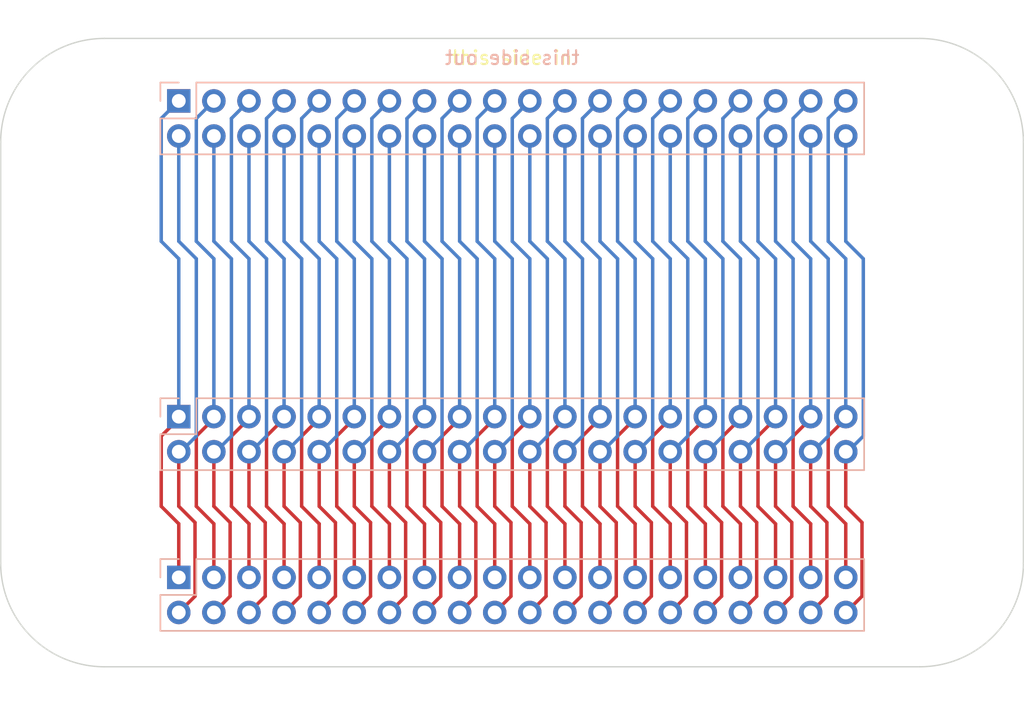
<source format=kicad_pcb>
(kicad_pcb (version 20221018) (generator pcbnew)
  (layers (0 "F.Cu" signal) (31 "B.Cu" signal) (34 "B.Paste" user) (35 "F.Paste" user) (36 "B.SilkS" user "B.Silkscreen") (37 "F.SilkS" user "F.Silkscreen") (38 "B.Mask" user) (39 "F.Mask" user) (44 "Edge.Cuts" user))
  (net 0 "")
  (net 1 "/P01")
  (net 2 "/P02")
  (net 3 "/P03")
  (net 4 "/P04")
  (net 5 "/P05")
  (net 6 "/P06")
  (net 7 "/P07")
  (net 8 "/P08")
  (net 9 "/P09")
  (net 10 "/P10")
  (net 11 "/P11")
  (net 12 "/P12")
  (net 13 "/P13")
  (net 14 "/P14")
  (net 15 "/P15")
  (net 16 "/P16")
  (net 17 "/P17")
  (net 18 "/P18")
  (net 19 "/P19")
  (net 20 "/P20")
  (net 21 "/P21")
  (net 22 "/P22")
  (net 23 "/P23")
  (net 24 "/P24")
  (net 25 "/P25")
  (net 26 "/P26")
  (net 27 "/P27")
  (net 28 "/P28")
  (net 29 "/P29")
  (net 30 "/P30")
  (net 31 "/P31")
  (net 32 "/P32")
  (net 33 "/P33")
  (net 34 "/P34")
  (net 35 "/P35")
  (net 36 "/P36")
  (net 37 "/P37")
  (net 38 "/P38")
  (net 39 "/P39")
  (net 40 "/P40")
  (footprint "MountingHole:MountingHole_2.7mm_M2.5" (layer "F.Cu") (at 154.725 50.875)
    (fp_text reference "M4" hide)
    (fp_text value "MountingHole")
    (pad "" np_thru_hole circle (at 0 0) (size 2.7 2.7) (drill 2.7) (layers "F&B.Cu" "*.Mask"))
  )
  (footprint "MountingHole:MountingHole_2.7mm_M2.5" (layer "F.Cu") (at 154.725 73.875)
    (fp_text reference "M8" hide)
    (fp_text value "MountingHole")
    (pad "" np_thru_hole circle (at 0 0) (size 2.7 2.7) (drill 2.7) (layers "F&B.Cu" "*.Mask"))
  )
  (footprint "MountingHole:MountingHole_2.7mm_M2.5" (layer "F.Cu") (at 96.725 39.375)
    (fp_text reference "M1" hide)
    (fp_text value "MountingHole")
    (pad "" np_thru_hole circle (at 0 0) (size 2.7 2.7) (drill 2.7) (layers "F&B.Cu" "*.Mask"))
  )
  (footprint "MountingHole:MountingHole_2.7mm_M2.5" (layer "F.Cu") (at 96.725 50.875)
    (fp_text reference "M3" hide)
    (fp_text value "MountingHole")
    (pad "" np_thru_hole circle (at 0 0) (size 2.7 2.7) (drill 2.7) (layers "*.Cu" "*.Mask"))
  )
  (footprint "MountingHole:MountingHole_2.7mm_M2.5" (layer "F.Cu") (at 154.725 62.375)
    (fp_text reference "M6" hide)
    (fp_text value "MountingHole")
    (pad "" np_thru_hole circle (at 0 0) (size 2.7 2.7) (drill 2.7) (layers "F&B.Cu" "*.Mask"))
  )
  (footprint "MountingHole:MountingHole_2.7mm_M2.5" (layer "F.Cu") (at 96.725 73.875)
    (fp_text reference "M7" hide)
    (fp_text value "MountingHole")
    (pad "" np_thru_hole circle (at 0 0) (size 2.7 2.7) (drill 2.7) (layers "F&B.Cu" "*.Mask"))
  )
  (footprint "MountingHole:MountingHole_2.7mm_M2.5" (layer "F.Cu") (at 154.725 39.375)
    (fp_text reference "M2" hide)
    (fp_text value "MountingHole")
    (pad "" np_thru_hole circle (at 0 0) (size 2.7 2.7) (drill 2.7) (layers "F&B.Cu" "*.Mask"))
  )
  (footprint "MountingHole:MountingHole_2.7mm_M2.5" (layer "F.Cu") (at 96.725 62.375)
    (fp_text reference "M5" hide)
    (fp_text value "MountingHole")
    (pad "" np_thru_hole circle (at 0 0) (size 2.7 2.7) (drill 2.7) (layers "F&B.Cu" "*.Mask"))
  )
  (footprint "Connector_PinHeader_2.54mm:PinHeader_2x20_P2.54mm_Vertical" (layer "B.Cu") (at 101.6 72.6 -90)
    (fp_text reference "J2" hide)
    (fp_text value "Conn_02x20_Odd_Even")
    (fp_line (start -1.33 -49.59) (end 3.87 -49.59) (stroke (width 0.12)) (layer "B.SilkS"))
    (fp_line (start -1.33 -1.27) (end -1.33 -49.59) (stroke (width 0.12)) (layer "B.SilkS"))
    (fp_line (start -1.33 -1.27) (end 1.27 -1.27) (stroke (width 0.12)) (layer "B.SilkS"))
    (fp_line (start -1.33 0) (end -1.33 1.33) (stroke (width 0.12)) (layer "B.SilkS"))
    (fp_line (start -1.33 1.33) (end 0 1.33) (stroke (width 0.12)) (layer "B.SilkS"))
    (fp_line (start 1.27 -1.27) (end 1.27 1.33) (stroke (width 0.12)) (layer "B.SilkS"))
    (fp_line (start 1.27 1.33) (end 3.87 1.33) (stroke (width 0.12)) (layer "B.SilkS"))
    (fp_line (start 3.87 1.33) (end 3.87 -49.59) (stroke (width 0.12)) (layer "B.SilkS"))
    (pad "1" thru_hole rect (at 0 0 270) (size 1.7 1.7) (drill 1) (layers "*.Cu" "*.Mask") (net 1 "/P01"))
    (pad "2" thru_hole oval (at 2.54 0 270) (size 1.7 1.7) (drill 1) (layers "*.Cu" "*.Mask") (net 2 "/P02"))
    (pad "3" thru_hole oval (at 0 -2.54 270) (size 1.7 1.7) (drill 1) (layers "*.Cu" "*.Mask") (net 3 "/P03"))
    (pad "4" thru_hole oval (at 2.54 -2.54 270) (size 1.7 1.7) (drill 1) (layers "*.Cu" "*.Mask") (net 4 "/P04"))
    (pad "5" thru_hole oval (at 0 -5.08 270) (size 1.7 1.7) (drill 1) (layers "*.Cu" "*.Mask") (net 5 "/P05"))
    (pad "6" thru_hole oval (at 2.54 -5.08 270) (size 1.7 1.7) (drill 1) (layers "*.Cu" "*.Mask") (net 6 "/P06"))
    (pad "7" thru_hole oval (at 0 -7.62 270) (size 1.7 1.7) (drill 1) (layers "*.Cu" "*.Mask") (net 7 "/P07"))
    (pad "8" thru_hole oval (at 2.54 -7.62 270) (size 1.7 1.7) (drill 1) (layers "*.Cu" "*.Mask") (net 8 "/P08"))
    (pad "9" thru_hole oval (at 0 -10.16 270) (size 1.7 1.7) (drill 1) (layers "*.Cu" "*.Mask") (net 9 "/P09"))
    (pad "10" thru_hole oval (at 2.54 -10.16 270) (size 1.7 1.7) (drill 1) (layers "*.Cu" "*.Mask") (net 10 "/P10"))
    (pad "11" thru_hole oval (at 0 -12.7 270) (size 1.7 1.7) (drill 1) (layers "*.Cu" "*.Mask") (net 11 "/P11"))
    (pad "12" thru_hole oval (at 2.54 -12.7 270) (size 1.7 1.7) (drill 1) (layers "*.Cu" "*.Mask") (net 12 "/P12"))
    (pad "13" thru_hole oval (at 0 -15.24 270) (size 1.7 1.7) (drill 1) (layers "*.Cu" "*.Mask") (net 13 "/P13"))
    (pad "14" thru_hole oval (at 2.54 -15.24 270) (size 1.7 1.7) (drill 1) (layers "*.Cu" "*.Mask") (net 14 "/P14"))
    (pad "15" thru_hole oval (at 0 -17.78 270) (size 1.7 1.7) (drill 1) (layers "*.Cu" "*.Mask") (net 15 "/P15"))
    (pad "16" thru_hole oval (at 2.54 -17.78 270) (size 1.7 1.7) (drill 1) (layers "*.Cu" "*.Mask") (net 16 "/P16"))
    (pad "17" thru_hole oval (at 0 -20.32 270) (size 1.7 1.7) (drill 1) (layers "*.Cu" "*.Mask") (net 17 "/P17"))
    (pad "18" thru_hole oval (at 2.54 -20.32 270) (size 1.7 1.7) (drill 1) (layers "*.Cu" "*.Mask") (net 18 "/P18"))
    (pad "19" thru_hole oval (at 0 -22.86 270) (size 1.7 1.7) (drill 1) (layers "*.Cu" "*.Mask") (net 19 "/P19"))
    (pad "20" thru_hole oval (at 2.54 -22.86 270) (size 1.7 1.7) (drill 1) (layers "*.Cu" "*.Mask") (net 20 "/P20"))
    (pad "21" thru_hole oval (at 0 -25.4 270) (size 1.7 1.7) (drill 1) (layers "*.Cu" "*.Mask") (net 21 "/P21"))
    (pad "22" thru_hole oval (at 2.54 -25.4 270) (size 1.7 1.7) (drill 1) (layers "*.Cu" "*.Mask") (net 22 "/P22"))
    (pad "23" thru_hole oval (at 0 -27.94 270) (size 1.7 1.7) (drill 1) (layers "*.Cu" "*.Mask") (net 23 "/P23"))
    (pad "24" thru_hole oval (at 2.54 -27.94 270) (size 1.7 1.7) (drill 1) (layers "*.Cu" "*.Mask") (net 24 "/P24"))
    (pad "25" thru_hole oval (at 0 -30.48 270) (size 1.7 1.7) (drill 1) (layers "*.Cu" "*.Mask") (net 25 "/P25"))
    (pad "26" thru_hole oval (at 2.54 -30.48 270) (size 1.7 1.7) (drill 1) (layers "*.Cu" "*.Mask") (net 26 "/P26"))
    (pad "27" thru_hole oval (at 0 -33.02 270) (size 1.7 1.7) (drill 1) (layers "*.Cu" "*.Mask") (net 27 "/P27"))
    (pad "28" thru_hole oval (at 2.54 -33.02 270) (size 1.7 1.7) (drill 1) (layers "*.Cu" "*.Mask") (net 28 "/P28"))
    (pad "29" thru_hole oval (at 0 -35.56 270) (size 1.7 1.7) (drill 1) (layers "*.Cu" "*.Mask") (net 29 "/P29"))
    (pad "30" thru_hole oval (at 2.54 -35.56 270) (size 1.7 1.7) (drill 1) (layers "*.Cu" "*.Mask") (net 30 "/P30"))
    (pad "31" thru_hole oval (at 0 -38.1 270) (size 1.7 1.7) (drill 1) (layers "*.Cu" "*.Mask") (net 31 "/P31"))
    (pad "32" thru_hole oval (at 2.54 -38.1 270) (size 1.7 1.7) (drill 1) (layers "*.Cu" "*.Mask") (net 32 "/P32"))
    (pad "33" thru_hole oval (at 0 -40.64 270) (size 1.7 1.7) (drill 1) (layers "*.Cu" "*.Mask") (net 33 "/P33"))
    (pad "34" thru_hole oval (at 2.54 -40.64 270) (size 1.7 1.7) (drill 1) (layers "*.Cu" "*.Mask") (net 34 "/P34"))
    (pad "35" thru_hole oval (at 0 -43.18 270) (size 1.7 1.7) (drill 1) (layers "*.Cu" "*.Mask") (net 35 "/P35"))
    (pad "36" thru_hole oval (at 2.54 -43.18 270) (size 1.7 1.7) (drill 1) (layers "*.Cu" "*.Mask") (net 36 "/P36"))
    (pad "37" thru_hole oval (at 0 -45.72 270) (size 1.7 1.7) (drill 1) (layers "*.Cu" "*.Mask") (net 37 "/P37"))
    (pad "38" thru_hole oval (at 2.54 -45.72 270) (size 1.7 1.7) (drill 1) (layers "*.Cu" "*.Mask") (net 38 "/P38"))
    (pad "39" thru_hole oval (at 0 -48.26 270) (size 1.7 1.7) (drill 1) (layers "*.Cu" "*.Mask") (net 39 "/P39"))
    (pad "40" thru_hole oval (at 2.54 -48.26 270) (size 1.7 1.7) (drill 1) (layers "*.Cu" "*.Mask") (net 40 "/P40"))
  )
  (footprint "Connector_PinHeader_2.54mm:PinHeader_2x20_P2.54mm_Vertical" (layer "B.Cu") (at 101.6 38.1 -90)
    (fp_text reference "J3" hide)
    (fp_text value "Conn_02x20_Odd_Even")
    (fp_line (start -1.33 -49.59) (end 3.87 -49.59) (stroke (width 0.12)) (layer "B.SilkS"))
    (fp_line (start -1.33 -1.27) (end -1.33 -49.59) (stroke (width 0.12)) (layer "B.SilkS"))
    (fp_line (start -1.33 -1.27) (end 1.27 -1.27) (stroke (width 0.12)) (layer "B.SilkS"))
    (fp_line (start -1.33 0) (end -1.33 1.33) (stroke (width 0.12)) (layer "B.SilkS"))
    (fp_line (start -1.33 1.33) (end 0 1.33) (stroke (width 0.12)) (layer "B.SilkS"))
    (fp_line (start 1.27 -1.27) (end 1.27 1.33) (stroke (width 0.12)) (layer "B.SilkS"))
    (fp_line (start 1.27 1.33) (end 3.87 1.33) (stroke (width 0.12)) (layer "B.SilkS"))
    (fp_line (start 3.87 1.33) (end 3.87 -49.59) (stroke (width 0.12)) (layer "B.SilkS"))
    (pad "1" thru_hole rect (at 0 0 270) (size 1.7 1.7) (drill 1) (layers "*.Cu" "*.Mask") (net 1 "/P01"))
    (pad "2" thru_hole oval (at 2.54 0 270) (size 1.7 1.7) (drill 1) (layers "*.Cu" "*.Mask") (net 2 "/P02"))
    (pad "3" thru_hole oval (at 0 -2.54 270) (size 1.7 1.7) (drill 1) (layers "*.Cu" "*.Mask") (net 3 "/P03"))
    (pad "4" thru_hole oval (at 2.54 -2.54 270) (size 1.7 1.7) (drill 1) (layers "*.Cu" "*.Mask") (net 4 "/P04"))
    (pad "5" thru_hole oval (at 0 -5.08 270) (size 1.7 1.7) (drill 1) (layers "*.Cu" "*.Mask") (net 5 "/P05"))
    (pad "6" thru_hole oval (at 2.54 -5.08 270) (size 1.7 1.7) (drill 1) (layers "*.Cu" "*.Mask") (net 6 "/P06"))
    (pad "7" thru_hole oval (at 0 -7.62 270) (size 1.7 1.7) (drill 1) (layers "*.Cu" "*.Mask") (net 7 "/P07"))
    (pad "8" thru_hole oval (at 2.54 -7.62 270) (size 1.7 1.7) (drill 1) (layers "*.Cu" "*.Mask") (net 8 "/P08"))
    (pad "9" thru_hole oval (at 0 -10.16 270) (size 1.7 1.7) (drill 1) (layers "*.Cu" "*.Mask") (net 9 "/P09"))
    (pad "10" thru_hole oval (at 2.54 -10.16 270) (size 1.7 1.7) (drill 1) (layers "*.Cu" "*.Mask") (net 10 "/P10"))
    (pad "11" thru_hole oval (at 0 -12.7 270) (size 1.7 1.7) (drill 1) (layers "*.Cu" "*.Mask") (net 11 "/P11"))
    (pad "12" thru_hole oval (at 2.54 -12.7 270) (size 1.7 1.7) (drill 1) (layers "*.Cu" "*.Mask") (net 12 "/P12"))
    (pad "13" thru_hole oval (at 0 -15.24 270) (size 1.7 1.7) (drill 1) (layers "*.Cu" "*.Mask") (net 13 "/P13"))
    (pad "14" thru_hole oval (at 2.54 -15.24 270) (size 1.7 1.7) (drill 1) (layers "*.Cu" "*.Mask") (net 14 "/P14"))
    (pad "15" thru_hole oval (at 0 -17.78 270) (size 1.7 1.7) (drill 1) (layers "*.Cu" "*.Mask") (net 15 "/P15"))
    (pad "16" thru_hole oval (at 2.54 -17.78 270) (size 1.7 1.7) (drill 1) (layers "*.Cu" "*.Mask") (net 16 "/P16"))
    (pad "17" thru_hole oval (at 0 -20.32 270) (size 1.7 1.7) (drill 1) (layers "*.Cu" "*.Mask") (net 17 "/P17"))
    (pad "18" thru_hole oval (at 2.54 -20.32 270) (size 1.7 1.7) (drill 1) (layers "*.Cu" "*.Mask") (net 18 "/P18"))
    (pad "19" thru_hole oval (at 0 -22.86 270) (size 1.7 1.7) (drill 1) (layers "*.Cu" "*.Mask") (net 19 "/P19"))
    (pad "20" thru_hole oval (at 2.54 -22.86 270) (size 1.7 1.7) (drill 1) (layers "*.Cu" "*.Mask") (net 20 "/P20"))
    (pad "21" thru_hole oval (at 0 -25.4 270) (size 1.7 1.7) (drill 1) (layers "*.Cu" "*.Mask") (net 21 "/P21"))
    (pad "22" thru_hole oval (at 2.54 -25.4 270) (size 1.7 1.7) (drill 1) (layers "*.Cu" "*.Mask") (net 22 "/P22"))
    (pad "23" thru_hole oval (at 0 -27.94 270) (size 1.7 1.7) (drill 1) (layers "*.Cu" "*.Mask") (net 23 "/P23"))
    (pad "24" thru_hole oval (at 2.54 -27.94 270) (size 1.7 1.7) (drill 1) (layers "*.Cu" "*.Mask") (net 24 "/P24"))
    (pad "25" thru_hole oval (at 0 -30.48 270) (size 1.7 1.7) (drill 1) (layers "*.Cu" "*.Mask") (net 25 "/P25"))
    (pad "26" thru_hole oval (at 2.54 -30.48 270) (size 1.7 1.7) (drill 1) (layers "*.Cu" "*.Mask") (net 26 "/P26"))
    (pad "27" thru_hole oval (at 0 -33.02 270) (size 1.7 1.7) (drill 1) (layers "*.Cu" "*.Mask") (net 27 "/P27"))
    (pad "28" thru_hole oval (at 2.54 -33.02 270) (size 1.7 1.7) (drill 1) (layers "*.Cu" "*.Mask") (net 28 "/P28"))
    (pad "29" thru_hole oval (at 0 -35.56 270) (size 1.7 1.7) (drill 1) (layers "*.Cu" "*.Mask") (net 29 "/P29"))
    (pad "30" thru_hole oval (at 2.54 -35.56 270) (size 1.7 1.7) (drill 1) (layers "*.Cu" "*.Mask") (net 30 "/P30"))
    (pad "31" thru_hole oval (at 0 -38.1 270) (size 1.7 1.7) (drill 1) (layers "*.Cu" "*.Mask") (net 31 "/P31"))
    (pad "32" thru_hole oval (at 2.54 -38.1 270) (size 1.7 1.7) (drill 1) (layers "*.Cu" "*.Mask") (net 32 "/P32"))
    (pad "33" thru_hole oval (at 0 -40.64 270) (size 1.7 1.7) (drill 1) (layers "*.Cu" "*.Mask") (net 33 "/P33"))
    (pad "34" thru_hole oval (at 2.54 -40.64 270) (size 1.7 1.7) (drill 1) (layers "*.Cu" "*.Mask") (net 34 "/P34"))
    (pad "35" thru_hole oval (at 0 -43.18 270) (size 1.7 1.7) (drill 1) (layers "*.Cu" "*.Mask") (net 35 "/P35"))
    (pad "36" thru_hole oval (at 2.54 -43.18 270) (size 1.7 1.7) (drill 1) (layers "*.Cu" "*.Mask") (net 36 "/P36"))
    (pad "37" thru_hole oval (at 0 -45.72 270) (size 1.7 1.7) (drill 1) (layers "*.Cu" "*.Mask") (net 37 "/P37"))
    (pad "38" thru_hole oval (at 2.54 -45.72 270) (size 1.7 1.7) (drill 1) (layers "*.Cu" "*.Mask") (net 38 "/P38"))
    (pad "39" thru_hole oval (at 0 -48.26 270) (size 1.7 1.7) (drill 1) (layers "*.Cu" "*.Mask") (net 39 "/P39"))
    (pad "40" thru_hole oval (at 2.54 -48.26 270) (size 1.7 1.7) (drill 1) (layers "*.Cu" "*.Mask") (net 40 "/P40"))
  )
  (footprint "Connector_PinHeader_2.54mm:PinHeader_2x20_P2.54mm_Vertical" (layer "B.Cu") (at 101.6 60.96 -90)
    (fp_text reference "J1" hide)
    (fp_text value "Conn_02x20_Odd_Even")
    (fp_line (start -1.33 -49.59) (end 3.87 -49.59) (stroke (width 0.12)) (layer "B.SilkS"))
    (fp_line (start -1.33 -1.27) (end -1.33 -49.59) (stroke (width 0.12)) (layer "B.SilkS"))
    (fp_line (start -1.33 -1.27) (end 1.27 -1.27) (stroke (width 0.12)) (layer "B.SilkS"))
    (fp_line (start -1.33 0) (end -1.33 1.33) (stroke (width 0.12)) (layer "B.SilkS"))
    (fp_line (start -1.33 1.33) (end 0 1.33) (stroke (width 0.12)) (layer "B.SilkS"))
    (fp_line (start 1.27 -1.27) (end 1.27 1.33) (stroke (width 0.12)) (layer "B.SilkS"))
    (fp_line (start 1.27 1.33) (end 3.87 1.33) (stroke (width 0.12)) (layer "B.SilkS"))
    (fp_line (start 3.87 1.33) (end 3.87 -49.59) (stroke (width 0.12)) (layer "B.SilkS"))
    (pad "1" thru_hole rect (at 0 0 270) (size 1.7 1.7) (drill 1) (layers "*.Cu" "*.Mask") (net 1 "/P01"))
    (pad "2" thru_hole oval (at 2.54 0 270) (size 1.7 1.7) (drill 1) (layers "*.Cu" "*.Mask") (net 2 "/P02"))
    (pad "3" thru_hole oval (at 0 -2.54 270) (size 1.7 1.7) (drill 1) (layers "*.Cu" "*.Mask") (net 3 "/P03"))
    (pad "4" thru_hole oval (at 2.54 -2.54 270) (size 1.7 1.7) (drill 1) (layers "*.Cu" "*.Mask") (net 4 "/P04"))
    (pad "5" thru_hole oval (at 0 -5.08 270) (size 1.7 1.7) (drill 1) (layers "*.Cu" "*.Mask") (net 5 "/P05"))
    (pad "6" thru_hole oval (at 2.54 -5.08 270) (size 1.7 1.7) (drill 1) (layers "*.Cu" "*.Mask") (net 6 "/P06"))
    (pad "7" thru_hole oval (at 0 -7.62 270) (size 1.7 1.7) (drill 1) (layers "*.Cu" "*.Mask") (net 7 "/P07"))
    (pad "8" thru_hole oval (at 2.54 -7.62 270) (size 1.7 1.7) (drill 1) (layers "*.Cu" "*.Mask") (net 8 "/P08"))
    (pad "9" thru_hole oval (at 0 -10.16 270) (size 1.7 1.7) (drill 1) (layers "*.Cu" "*.Mask") (net 9 "/P09"))
    (pad "10" thru_hole oval (at 2.54 -10.16 270) (size 1.7 1.7) (drill 1) (layers "*.Cu" "*.Mask") (net 10 "/P10"))
    (pad "11" thru_hole oval (at 0 -12.7 270) (size 1.7 1.7) (drill 1) (layers "*.Cu" "*.Mask") (net 11 "/P11"))
    (pad "12" thru_hole oval (at 2.54 -12.7 270) (size 1.7 1.7) (drill 1) (layers "*.Cu" "*.Mask") (net 12 "/P12"))
    (pad "13" thru_hole oval (at 0 -15.24 270) (size 1.7 1.7) (drill 1) (layers "*.Cu" "*.Mask") (net 13 "/P13"))
    (pad "14" thru_hole oval (at 2.54 -15.24 270) (size 1.7 1.7) (drill 1) (layers "*.Cu" "*.Mask") (net 14 "/P14"))
    (pad "15" thru_hole oval (at 0 -17.78 270) (size 1.7 1.7) (drill 1) (layers "*.Cu" "*.Mask") (net 15 "/P15"))
    (pad "16" thru_hole oval (at 2.54 -17.78 270) (size 1.7 1.7) (drill 1) (layers "*.Cu" "*.Mask") (net 16 "/P16"))
    (pad "17" thru_hole oval (at 0 -20.32 270) (size 1.7 1.7) (drill 1) (layers "*.Cu" "*.Mask") (net 17 "/P17"))
    (pad "18" thru_hole oval (at 2.54 -20.32 270) (size 1.7 1.7) (drill 1) (layers "*.Cu" "*.Mask") (net 18 "/P18"))
    (pad "19" thru_hole oval (at 0 -22.86 270) (size 1.7 1.7) (drill 1) (layers "*.Cu" "*.Mask") (net 19 "/P19"))
    (pad "20" thru_hole oval (at 2.54 -22.86 270) (size 1.7 1.7) (drill 1) (layers "*.Cu" "*.Mask") (net 20 "/P20"))
    (pad "21" thru_hole oval (at 0 -25.4 270) (size 1.7 1.7) (drill 1) (layers "*.Cu" "*.Mask") (net 21 "/P21"))
    (pad "22" thru_hole oval (at 2.54 -25.4 270) (size 1.7 1.7) (drill 1) (layers "*.Cu" "*.Mask") (net 22 "/P22"))
    (pad "23" thru_hole oval (at 0 -27.94 270) (size 1.7 1.7) (drill 1) (layers "*.Cu" "*.Mask") (net 23 "/P23"))
    (pad "24" thru_hole oval (at 2.54 -27.94 270) (size 1.7 1.7) (drill 1) (layers "*.Cu" "*.Mask") (net 24 "/P24"))
    (pad "25" thru_hole oval (at 0 -30.48 270) (size 1.7 1.7) (drill 1) (layers "*.Cu" "*.Mask") (net 25 "/P25"))
    (pad "26" thru_hole oval (at 2.54 -30.48 270) (size 1.7 1.7) (drill 1) (layers "*.Cu" "*.Mask") (net 26 "/P26"))
    (pad "27" thru_hole oval (at 0 -33.02 270) (size 1.7 1.7) (drill 1) (layers "*.Cu" "*.Mask") (net 27 "/P27"))
    (pad "28" thru_hole oval (at 2.54 -33.02 270) (size 1.7 1.7) (drill 1) (layers "*.Cu" "*.Mask") (net 28 "/P28"))
    (pad "29" thru_hole oval (at 0 -35.56 270) (size 1.7 1.7) (drill 1) (layers "*.Cu" "*.Mask") (net 29 "/P29"))
    (pad "30" thru_hole oval (at 2.54 -35.56 270) (size 1.7 1.7) (drill 1) (layers "*.Cu" "*.Mask") (net 30 "/P30"))
    (pad "31" thru_hole oval (at 0 -38.1 270) (size 1.7 1.7) (drill 1) (layers "*.Cu" "*.Mask") (net 31 "/P31"))
    (pad "32" thru_hole oval (at 2.54 -38.1 270) (size 1.7 1.7) (drill 1) (layers "*.Cu" "*.Mask") (net 32 "/P32"))
    (pad "33" thru_hole oval (at 0 -40.64 270) (size 1.7 1.7) (drill 1) (layers "*.Cu" "*.Mask") (net 33 "/P33"))
    (pad "34" thru_hole oval (at 2.54 -40.64 270) (size 1.7 1.7) (drill 1) (layers "*.Cu" "*.Mask") (net 34 "/P34"))
    (pad "35" thru_hole oval (at 0 -43.18 270) (size 1.7 1.7) (drill 1) (layers "*.Cu" "*.Mask") (net 35 "/P35"))
    (pad "36" thru_hole oval (at 2.54 -43.18 270) (size 1.7 1.7) (drill 1) (layers "*.Cu" "*.Mask") (net 36 "/P36"))
    (pad "37" thru_hole oval (at 0 -45.72 270) (size 1.7 1.7) (drill 1) (layers "*.Cu" "*.Mask") (net 37 "/P37"))
    (pad "38" thru_hole oval (at 2.54 -45.72 270) (size 1.7 1.7) (drill 1) (layers "*.Cu" "*.Mask") (net 38 "/P38"))
    (pad "39" thru_hole oval (at 0 -48.26 270) (size 1.7 1.7) (drill 1) (layers "*.Cu" "*.Mask") (net 39 "/P39"))
    (pad "40" thru_hole oval (at 2.54 -48.26 270) (size 1.7 1.7) (drill 1) (layers "*.Cu" "*.Mask") (net 40 "/P40"))
  )
  (gr_arc (start 96.215 79.071117) (mid 90.91171 76.874412) (end 88.715 71.571117) (stroke (width 0.1)) (layer "Edge.Cuts"))
  (gr_arc (start 88.715 41.075) (mid 90.911698 35.771698) (end 96.215 33.575) (stroke (width 0.1)) (layer "Edge.Cuts"))
  (gr_arc (start 155.215 33.575) (mid 160.518318 35.771692) (end 162.715 41.075) (stroke (width 0.1)) (layer "Edge.Cuts"))
  (gr_line (start 162.715 41.075) (end 162.715 71.571117) (stroke (width 0.1)) (layer "Edge.Cuts"))
  (gr_line (start 155.215 33.575) (end 96.215 33.575) (stroke (width 0.1)) (layer "Edge.Cuts"))
  (gr_line (start 88.715 41.075) (end 88.715 71.571117) (stroke (width 0.1)) (layer "Edge.Cuts"))
  (gr_arc (start 162.715 71.571117) (mid 160.5183 76.874412) (end 155.215 79.071117) (stroke (width 0.1)) (layer "Edge.Cuts"))
  (gr_line (start 96.215 79.071117) (end 155.215 79.071117) (stroke (width 0.1)) (layer "Edge.Cuts"))
  (gr_text "this side out" (at 125.73 35.56) (layer "B.SilkS") (effects (font (size 1 1)) (justify bottom mirror)))
  (gr_text "this side in" (at 125.715 35.56) (layer "F.SilkS") (effects (font (size 1 1)) (justify bottom)))
  (segment (start 100.33 62.37) (end 100.33 67.45) (width 0.25) (layer "F.Cu") (net 1))
  (segment (start 101.6 61.1) (end 100.33 62.37) (width 0.25) (layer "F.Cu") (net 1))
  (segment (start 100.33 67.45) (end 101.6 68.72) (width 0.25) (layer "F.Cu") (net 1))
  (segment (start 101.6 68.72) (end 101.6 72.6) (width 0.25) (layer "F.Cu") (net 1))
  (segment (start 100.33 39.37) (end 101.6 38.1) (width 0.25) (layer "B.Cu") (net 1))
  (segment (start 101.6 61.1) (end 101.6 49.53) (width 0.25) (layer "B.Cu") (net 1))
  (segment (start 101.6 49.53) (end 100.33 48.26) (width 0.25) (layer "B.Cu") (net 1))
  (segment (start 100.33 48.26) (end 100.33 39.37) (width 0.25) (layer "B.Cu") (net 1))
  (segment (start 101.6 67.45) (end 101.6 63.64) (width 0.25) (layer "F.Cu") (net 2))
  (segment (start 101.6 75.14) (end 102.775 73.965) (width 0.25) (layer "F.Cu") (net 2))
  (segment (start 102.775 68.625) (end 101.6 67.45) (width 0.25) (layer "F.Cu") (net 2))
  (segment (start 102.775 73.965) (end 102.775 68.625) (width 0.25) (layer "F.Cu") (net 2))
  (segment (start 101.6 48.26) (end 101.6 40.64) (width 0.25) (layer "B.Cu") (net 2))
  (segment (start 102.87 62.37) (end 102.87 49.53) (width 0.25) (layer "B.Cu") (net 2))
  (segment (start 102.87 49.53) (end 101.6 48.26) (width 0.25) (layer "B.Cu") (net 2))
  (segment (start 101.6 63.64) (end 102.87 62.37) (width 0.25) (layer "B.Cu") (net 2))
  (segment (start 104.14 61.1) (end 102.87 62.37) (width 0.25) (layer "F.Cu") (net 3))
  (segment (start 102.87 62.37) (end 102.87 67.45) (width 0.25) (layer "F.Cu") (net 3))
  (segment (start 102.87 67.45) (end 104.14 68.72) (width 0.25) (layer "F.Cu") (net 3))
  (segment (start 104.14 68.72) (end 104.14 72.6) (width 0.25) (layer "F.Cu") (net 3))
  (segment (start 102.87 48.26) (end 102.87 39.37) (width 0.25) (layer "B.Cu") (net 3))
  (segment (start 104.14 61.1) (end 104.14 49.53) (width 0.25) (layer "B.Cu") (net 3))
  (segment (start 102.87 39.37) (end 104.14 38.1) (width 0.25) (layer "B.Cu") (net 3))
  (segment (start 104.14 49.53) (end 102.87 48.26) (width 0.25) (layer "B.Cu") (net 3))
  (segment (start 104.14 67.45) (end 104.14 63.64) (width 0.25) (layer "F.Cu") (net 4))
  (segment (start 105.315 68.625) (end 104.14 67.45) (width 0.25) (layer "F.Cu") (net 4))
  (segment (start 105.315 73.965) (end 105.315 68.625) (width 0.25) (layer "F.Cu") (net 4))
  (segment (start 104.14 75.14) (end 105.315 73.965) (width 0.25) (layer "F.Cu") (net 4))
  (segment (start 105.41 49.53) (end 104.14 48.26) (width 0.25) (layer "B.Cu") (net 4))
  (segment (start 104.14 48.26) (end 104.14 40.64) (width 0.25) (layer "B.Cu") (net 4))
  (segment (start 105.41 62.37) (end 105.41 49.53) (width 0.25) (layer "B.Cu") (net 4))
  (segment (start 104.14 63.64) (end 105.41 62.37) (width 0.25) (layer "B.Cu") (net 4))
  (segment (start 105.41 67.45) (end 106.68 68.72) (width 0.25) (layer "F.Cu") (net 5))
  (segment (start 106.68 68.72) (end 106.68 72.6) (width 0.25) (layer "F.Cu") (net 5))
  (segment (start 106.68 61.1) (end 105.41 62.37) (width 0.25) (layer "F.Cu") (net 5))
  (segment (start 105.41 62.37) (end 105.41 67.45) (width 0.25) (layer "F.Cu") (net 5))
  (segment (start 106.68 61.1) (end 106.68 49.53) (width 0.25) (layer "B.Cu") (net 5))
  (segment (start 105.41 39.37) (end 106.68 38.1) (width 0.25) (layer "B.Cu") (net 5))
  (segment (start 106.68 49.53) (end 105.41 48.26) (width 0.25) (layer "B.Cu") (net 5))
  (segment (start 105.41 48.26) (end 105.41 39.37) (width 0.25) (layer "B.Cu") (net 5))
  (segment (start 106.68 75.14) (end 107.855 73.965) (width 0.25) (layer "F.Cu") (net 6))
  (segment (start 107.855 73.965) (end 107.855 68.625) (width 0.25) (layer "F.Cu") (net 6))
  (segment (start 106.68 67.45) (end 106.68 63.64) (width 0.25) (layer "F.Cu") (net 6))
  (segment (start 107.855 68.625) (end 106.68 67.45) (width 0.25) (layer "F.Cu") (net 6))
  (segment (start 107.95 62.37) (end 107.95 49.53) (width 0.25) (layer "B.Cu") (net 6))
  (segment (start 107.95 49.53) (end 106.68 48.26) (width 0.25) (layer "B.Cu") (net 6))
  (segment (start 106.68 63.64) (end 107.95 62.37) (width 0.25) (layer "B.Cu") (net 6))
  (segment (start 106.68 48.26) (end 106.68 40.64) (width 0.25) (layer "B.Cu") (net 6))
  (segment (start 107.95 67.45) (end 109.22 68.72) (width 0.25) (layer "F.Cu") (net 7))
  (segment (start 107.95 62.37) (end 107.95 67.45) (width 0.25) (layer "F.Cu") (net 7))
  (segment (start 109.22 61.1) (end 107.95 62.37) (width 0.25) (layer "F.Cu") (net 7))
  (segment (start 109.22 68.72) (end 109.22 72.6) (width 0.25) (layer "F.Cu") (net 7))
  (segment (start 109.22 49.53) (end 107.95 48.26) (width 0.25) (layer "B.Cu") (net 7))
  (segment (start 107.95 48.26) (end 107.95 39.37) (width 0.25) (layer "B.Cu") (net 7))
  (segment (start 107.95 39.37) (end 109.22 38.1) (width 0.25) (layer "B.Cu") (net 7))
  (segment (start 109.22 61.1) (end 109.22 49.53) (width 0.25) (layer "B.Cu") (net 7))
  (segment (start 110.395 73.965) (end 110.395 68.625) (width 0.25) (layer "F.Cu") (net 8))
  (segment (start 110.395 68.625) (end 109.22 67.45) (width 0.25) (layer "F.Cu") (net 8))
  (segment (start 109.22 67.45) (end 109.22 63.64) (width 0.25) (layer "F.Cu") (net 8))
  (segment (start 109.22 75.14) (end 110.395 73.965) (width 0.25) (layer "F.Cu") (net 8))
  (segment (start 109.22 48.26) (end 109.22 40.64) (width 0.25) (layer "B.Cu") (net 8))
  (segment (start 110.49 62.37) (end 110.49 49.53) (width 0.25) (layer "B.Cu") (net 8))
  (segment (start 110.49 49.53) (end 109.22 48.26) (width 0.25) (layer "B.Cu") (net 8))
  (segment (start 109.22 63.64) (end 110.49 62.37) (width 0.25) (layer "B.Cu") (net 8))
  (segment (start 111.76 68.72) (end 111.76 72.6) (width 0.25) (layer "F.Cu") (net 9))
  (segment (start 110.49 62.37) (end 110.49 67.45) (width 0.25) (layer "F.Cu") (net 9))
  (segment (start 110.49 67.45) (end 111.76 68.72) (width 0.25) (layer "F.Cu") (net 9))
  (segment (start 111.76 61.1) (end 110.49 62.37) (width 0.25) (layer "F.Cu") (net 9))
  (segment (start 110.49 39.37) (end 111.76 38.1) (width 0.25) (layer "B.Cu") (net 9))
  (segment (start 110.49 48.26) (end 110.49 39.37) (width 0.25) (layer "B.Cu") (net 9))
  (segment (start 111.76 49.53) (end 110.49 48.26) (width 0.25) (layer "B.Cu") (net 9))
  (segment (start 111.76 61.1) (end 111.76 49.53) (width 0.25) (layer "B.Cu") (net 9))
  (segment (start 111.76 75.14) (end 112.935 73.965) (width 0.25) (layer "F.Cu") (net 10))
  (segment (start 112.935 73.965) (end 112.935 68.625) (width 0.25) (layer "F.Cu") (net 10))
  (segment (start 112.935 68.625) (end 111.76 67.45) (width 0.25) (layer "F.Cu") (net 10))
  (segment (start 111.76 67.45) (end 111.76 63.64) (width 0.25) (layer "F.Cu") (net 10))
  (segment (start 113.03 62.37) (end 113.03 49.53) (width 0.25) (layer "B.Cu") (net 10))
  (segment (start 111.76 48.26) (end 111.76 40.64) (width 0.25) (layer "B.Cu") (net 10))
  (segment (start 113.03 49.53) (end 111.76 48.26) (width 0.25) (layer "B.Cu") (net 10))
  (segment (start 111.76 63.64) (end 113.03 62.37) (width 0.25) (layer "B.Cu") (net 10))
  (segment (start 113.03 67.45) (end 114.3 68.72) (width 0.25) (layer "F.Cu") (net 11))
  (segment (start 114.3 68.72) (end 114.3 72.6) (width 0.25) (layer "F.Cu") (net 11))
  (segment (start 113.03 62.37) (end 113.03 67.45) (width 0.25) (layer "F.Cu") (net 11))
  (segment (start 114.3 61.1) (end 113.03 62.37) (width 0.25) (layer "F.Cu") (net 11))
  (segment (start 114.3 61.1) (end 114.3 49.53) (width 0.25) (layer "B.Cu") (net 11))
  (segment (start 113.03 48.26) (end 113.03 39.37) (width 0.25) (layer "B.Cu") (net 11))
  (segment (start 114.3 49.53) (end 113.03 48.26) (width 0.25) (layer "B.Cu") (net 11))
  (segment (start 113.03 39.37) (end 114.3 38.1) (width 0.25) (layer "B.Cu") (net 11))
  (segment (start 114.3 67.45) (end 114.3 63.64) (width 0.25) (layer "F.Cu") (net 12))
  (segment (start 115.475 73.965) (end 115.475 68.625) (width 0.25) (layer "F.Cu") (net 12))
  (segment (start 114.3 75.14) (end 115.475 73.965) (width 0.25) (layer "F.Cu") (net 12))
  (segment (start 115.475 68.625) (end 114.3 67.45) (width 0.25) (layer "F.Cu") (net 12))
  (segment (start 115.57 49.53) (end 114.3 48.26) (width 0.25) (layer "B.Cu") (net 12))
  (segment (start 114.3 48.26) (end 114.3 40.64) (width 0.25) (layer "B.Cu") (net 12))
  (segment (start 115.57 62.37) (end 115.57 49.53) (width 0.25) (layer "B.Cu") (net 12))
  (segment (start 114.3 63.64) (end 115.57 62.37) (width 0.25) (layer "B.Cu") (net 12))
  (segment (start 116.84 68.72) (end 116.84 72.6) (width 0.25) (layer "F.Cu") (net 13))
  (segment (start 115.57 67.45) (end 116.84 68.72) (width 0.25) (layer "F.Cu") (net 13))
  (segment (start 116.84 61.1) (end 115.57 62.37) (width 0.25) (layer "F.Cu") (net 13))
  (segment (start 115.57 62.37) (end 115.57 67.45) (width 0.25) (layer "F.Cu") (net 13))
  (segment (start 116.84 49.53) (end 115.57 48.26) (width 0.25) (layer "B.Cu") (net 13))
  (segment (start 115.57 39.37) (end 116.84 38.1) (width 0.25) (layer "B.Cu") (net 13))
  (segment (start 116.84 61.1) (end 116.84 49.53) (width 0.25) (layer "B.Cu") (net 13))
  (segment (start 115.57 48.26) (end 115.57 39.37) (width 0.25) (layer "B.Cu") (net 13))
  (segment (start 116.84 75.14) (end 118.015 73.965) (width 0.25) (layer "F.Cu") (net 14))
  (segment (start 116.84 67.45) (end 116.84 63.64) (width 0.25) (layer "F.Cu") (net 14))
  (segment (start 118.015 68.625) (end 116.84 67.45) (width 0.25) (layer "F.Cu") (net 14))
  (segment (start 118.015 73.965) (end 118.015 68.625) (width 0.25) (layer "F.Cu") (net 14))
  (segment (start 116.84 48.26) (end 116.84 40.64) (width 0.25) (layer "B.Cu") (net 14))
  (segment (start 116.84 63.64) (end 118.11 62.37) (width 0.25) (layer "B.Cu") (net 14))
  (segment (start 118.11 49.53) (end 116.84 48.26) (width 0.25) (layer "B.Cu") (net 14))
  (segment (start 118.11 62.37) (end 118.11 49.53) (width 0.25) (layer "B.Cu") (net 14))
  (segment (start 119.38 61.1) (end 118.11 62.37) (width 0.25) (layer "F.Cu") (net 15))
  (segment (start 119.38 68.72) (end 119.38 72.6) (width 0.25) (layer "F.Cu") (net 15))
  (segment (start 118.11 67.45) (end 119.38 68.72) (width 0.25) (layer "F.Cu") (net 15))
  (segment (start 118.11 62.37) (end 118.11 67.45) (width 0.25) (layer "F.Cu") (net 15))
  (segment (start 118.11 48.26) (end 118.11 39.37) (width 0.25) (layer "B.Cu") (net 15))
  (segment (start 119.38 49.53) (end 118.11 48.26) (width 0.25) (layer "B.Cu") (net 15))
  (segment (start 118.11 39.37) (end 119.38 38.1) (width 0.25) (layer "B.Cu") (net 15))
  (segment (start 119.38 61.1) (end 119.38 49.53) (width 0.25) (layer "B.Cu") (net 15))
  (segment (start 120.555 68.625) (end 119.38 67.45) (width 0.25) (layer "F.Cu") (net 16))
  (segment (start 120.555 73.965) (end 120.555 68.625) (width 0.25) (layer "F.Cu") (net 16))
  (segment (start 119.38 67.45) (end 119.38 63.64) (width 0.25) (layer "F.Cu") (net 16))
  (segment (start 119.38 75.14) (end 120.555 73.965) (width 0.25) (layer "F.Cu") (net 16))
  (segment (start 119.38 48.26) (end 119.38 40.64) (width 0.25) (layer "B.Cu") (net 16))
  (segment (start 119.38 63.64) (end 120.65 62.37) (width 0.25) (layer "B.Cu") (net 16))
  (segment (start 120.65 62.37) (end 120.65 49.53) (width 0.25) (layer "B.Cu") (net 16))
  (segment (start 120.65 49.53) (end 119.38 48.26) (width 0.25) (layer "B.Cu") (net 16))
  (segment (start 120.65 67.45) (end 121.92 68.72) (width 0.25) (layer "F.Cu") (net 17))
  (segment (start 121.92 68.72) (end 121.92 72.6) (width 0.25) (layer "F.Cu") (net 17))
  (segment (start 121.92 61.1) (end 120.65 62.37) (width 0.25) (layer "F.Cu") (net 17))
  (segment (start 120.65 62.37) (end 120.65 67.45) (width 0.25) (layer "F.Cu") (net 17))
  (segment (start 120.65 39.37) (end 121.92 38.1) (width 0.25) (layer "B.Cu") (net 17))
  (segment (start 121.92 61.1) (end 121.92 49.53) (width 0.25) (layer "B.Cu") (net 17))
  (segment (start 120.65 48.26) (end 120.65 39.37) (width 0.25) (layer "B.Cu") (net 17))
  (segment (start 121.92 49.53) (end 120.65 48.26) (width 0.25) (layer "B.Cu") (net 17))
  (segment (start 121.92 67.45) (end 121.92 63.64) (width 0.25) (layer "F.Cu") (net 18))
  (segment (start 123.095 68.625) (end 121.92 67.45) (width 0.25) (layer "F.Cu") (net 18))
  (segment (start 123.095 73.965) (end 123.095 68.625) (width 0.25) (layer "F.Cu") (net 18))
  (segment (start 121.92 75.14) (end 123.095 73.965) (width 0.25) (layer "F.Cu") (net 18))
  (segment (start 121.92 63.64) (end 123.19 62.37) (width 0.25) (layer "B.Cu") (net 18))
  (segment (start 123.19 49.53) (end 121.92 48.26) (width 0.25) (layer "B.Cu") (net 18))
  (segment (start 121.92 48.26) (end 121.92 40.64) (width 0.25) (layer "B.Cu") (net 18))
  (segment (start 123.19 62.37) (end 123.19 49.53) (width 0.25) (layer "B.Cu") (net 18))
  (segment (start 124.46 68.72) (end 124.46 72.6) (width 0.25) (layer "F.Cu") (net 19))
  (segment (start 124.46 61.1) (end 123.19 62.37) (width 0.25) (layer "F.Cu") (net 19))
  (segment (start 123.19 62.37) (end 123.19 67.45) (width 0.25) (layer "F.Cu") (net 19))
  (segment (start 123.19 67.45) (end 124.46 68.72) (width 0.25) (layer "F.Cu") (net 19))
  (segment (start 124.46 61.1) (end 124.46 49.53) (width 0.25) (layer "B.Cu") (net 19))
  (segment (start 123.19 39.37) (end 124.46 38.1) (width 0.25) (layer "B.Cu") (net 19))
  (segment (start 124.46 49.53) (end 123.19 48.26) (width 0.25) (layer "B.Cu") (net 19))
  (segment (start 123.19 48.26) (end 123.19 39.37) (width 0.25) (layer "B.Cu") (net 19))
  (segment (start 125.635 73.965) (end 125.635 68.625) (width 0.25) (layer "F.Cu") (net 20))
  (segment (start 125.635 68.625) (end 124.46 67.45) (width 0.25) (layer "F.Cu") (net 20))
  (segment (start 124.46 67.45) (end 124.46 63.64) (width 0.25) (layer "F.Cu") (net 20))
  (segment (start 124.46 75.14) (end 125.635 73.965) (width 0.25) (layer "F.Cu") (net 20))
  (segment (start 124.46 63.64) (end 125.73 62.37) (width 0.25) (layer "B.Cu") (net 20))
  (segment (start 125.73 62.37) (end 125.73 49.53) (width 0.25) (layer "B.Cu") (net 20))
  (segment (start 124.46 48.26) (end 124.46 40.64) (width 0.25) (layer "B.Cu") (net 20))
  (segment (start 125.73 49.53) (end 124.46 48.26) (width 0.25) (layer "B.Cu") (net 20))
  (segment (start 125.73 67.45) (end 127 68.72) (width 0.25) (layer "F.Cu") (net 21))
  (segment (start 125.73 62.37) (end 125.73 67.45) (width 0.25) (layer "F.Cu") (net 21))
  (segment (start 127 68.72) (end 127 72.6) (width 0.25) (layer "F.Cu") (net 21))
  (segment (start 127 61.1) (end 125.73 62.37) (width 0.25) (layer "F.Cu") (net 21))
  (segment (start 125.73 48.26) (end 125.73 39.37) (width 0.25) (layer "B.Cu") (net 21))
  (segment (start 125.73 39.37) (end 127 38.1) (width 0.25) (layer "B.Cu") (net 21))
  (segment (start 127 49.53) (end 125.73 48.26) (width 0.25) (layer "B.Cu") (net 21))
  (segment (start 127 61.1) (end 127 49.53) (width 0.25) (layer "B.Cu") (net 21))
  (segment (start 127 67.45) (end 127 63.64) (width 0.25) (layer "F.Cu") (net 22))
  (segment (start 128.175 68.625) (end 127 67.45) (width 0.25) (layer "F.Cu") (net 22))
  (segment (start 128.175 73.965) (end 128.175 68.625) (width 0.25) (layer "F.Cu") (net 22))
  (segment (start 127 75.14) (end 128.175 73.965) (width 0.25) (layer "F.Cu") (net 22))
  (segment (start 128.27 62.37) (end 128.27 49.53) (width 0.25) (layer "B.Cu") (net 22))
  (segment (start 127 48.26) (end 127 40.64) (width 0.25) (layer "B.Cu") (net 22))
  (segment (start 127 63.64) (end 128.27 62.37) (width 0.25) (layer "B.Cu") (net 22))
  (segment (start 128.27 49.53) (end 127 48.26) (width 0.25) (layer "B.Cu") (net 22))
  (segment (start 128.27 67.45) (end 129.54 68.72) (width 0.25) (layer "F.Cu") (net 23))
  (segment (start 128.27 62.37) (end 128.27 67.45) (width 0.25) (layer "F.Cu") (net 23))
  (segment (start 129.54 61.1) (end 128.27 62.37) (width 0.25) (layer "F.Cu") (net 23))
  (segment (start 129.54 68.72) (end 129.54 72.6) (width 0.25) (layer "F.Cu") (net 23))
  (segment (start 129.54 49.53) (end 128.27 48.26) (width 0.25) (layer "B.Cu") (net 23))
  (segment (start 128.27 39.37) (end 129.54 38.1) (width 0.25) (layer "B.Cu") (net 23))
  (segment (start 129.54 61.1) (end 129.54 49.53) (width 0.25) (layer "B.Cu") (net 23))
  (segment (start 128.27 48.26) (end 128.27 39.37) (width 0.25) (layer "B.Cu") (net 23))
  (segment (start 130.715 68.625) (end 129.54 67.45) (width 0.25) (layer "F.Cu") (net 24))
  (segment (start 129.54 75.14) (end 130.715 73.965) (width 0.25) (layer "F.Cu") (net 24))
  (segment (start 129.54 67.45) (end 129.54 63.64) (width 0.25) (layer "F.Cu") (net 24))
  (segment (start 130.715 73.965) (end 130.715 68.625) (width 0.25) (layer "F.Cu") (net 24))
  (segment (start 130.81 49.53) (end 129.54 48.26) (width 0.25) (layer "B.Cu") (net 24))
  (segment (start 129.54 63.64) (end 130.81 62.37) (width 0.25) (layer "B.Cu") (net 24))
  (segment (start 129.54 48.26) (end 129.54 40.64) (width 0.25) (layer "B.Cu") (net 24))
  (segment (start 130.81 62.37) (end 130.81 49.53) (width 0.25) (layer "B.Cu") (net 24))
  (segment (start 132.08 68.72) (end 132.08 72.6) (width 0.25) (layer "F.Cu") (net 25))
  (segment (start 130.81 67.45) (end 132.08 68.72) (width 0.25) (layer "F.Cu") (net 25))
  (segment (start 132.08 61.1) (end 130.81 62.37) (width 0.25) (layer "F.Cu") (net 25))
  (segment (start 130.81 62.37) (end 130.81 67.45) (width 0.25) (layer "F.Cu") (net 25))
  (segment (start 130.81 48.26) (end 130.81 39.37) (width 0.25) (layer "B.Cu") (net 25))
  (segment (start 130.81 39.37) (end 132.08 38.1) (width 0.25) (layer "B.Cu") (net 25))
  (segment (start 132.08 61.1) (end 132.08 49.53) (width 0.25) (layer "B.Cu") (net 25))
  (segment (start 132.08 49.53) (end 130.81 48.26) (width 0.25) (layer "B.Cu") (net 25))
  (segment (start 132.08 75.14) (end 133.255 73.965) (width 0.25) (layer "F.Cu") (net 26))
  (segment (start 133.255 68.625) (end 132.08 67.45) (width 0.25) (layer "F.Cu") (net 26))
  (segment (start 133.255 73.965) (end 133.255 68.625) (width 0.25) (layer "F.Cu") (net 26))
  (segment (start 132.08 67.45) (end 132.08 63.64) (width 0.25) (layer "F.Cu") (net 26))
  (segment (start 133.35 49.53) (end 132.08 48.26) (width 0.25) (layer "B.Cu") (net 26))
  (segment (start 132.08 63.64) (end 133.35 62.37) (width 0.25) (layer "B.Cu") (net 26))
  (segment (start 132.08 48.26) (end 132.08 40.64) (width 0.25) (layer "B.Cu") (net 26))
  (segment (start 133.35 62.37) (end 133.35 49.53) (width 0.25) (layer "B.Cu") (net 26))
  (segment (start 133.35 67.45) (end 134.62 68.72) (width 0.25) (layer "F.Cu") (net 27))
  (segment (start 134.62 61.1) (end 133.35 62.37) (width 0.25) (layer "F.Cu") (net 27))
  (segment (start 134.62 68.72) (end 134.62 72.6) (width 0.25) (layer "F.Cu") (net 27))
  (segment (start 133.35 62.37) (end 133.35 67.45) (width 0.25) (layer "F.Cu") (net 27))
  (segment (start 134.62 49.53) (end 133.35 48.26) (width 0.25) (layer "B.Cu") (net 27))
  (segment (start 133.35 39.37) (end 134.62 38.1) (width 0.25) (layer "B.Cu") (net 27))
  (segment (start 134.62 61.1) (end 134.62 49.53) (width 0.25) (layer "B.Cu") (net 27))
  (segment (start 133.35 48.26) (end 133.35 39.37) (width 0.25) (layer "B.Cu") (net 27))
  (segment (start 135.795 73.965) (end 135.795 68.625) (width 0.25) (layer "F.Cu") (net 28))
  (segment (start 134.62 67.45) (end 134.62 63.64) (width 0.25) (layer "F.Cu") (net 28))
  (segment (start 134.62 75.14) (end 135.795 73.965) (width 0.25) (layer "F.Cu") (net 28))
  (segment (start 135.795 68.625) (end 134.62 67.45) (width 0.25) (layer "F.Cu") (net 28))
  (segment (start 134.62 48.26) (end 134.62 40.64) (width 0.25) (layer "B.Cu") (net 28))
  (segment (start 134.62 63.64) (end 135.89 62.37) (width 0.25) (layer "B.Cu") (net 28))
  (segment (start 135.89 62.37) (end 135.89 49.53) (width 0.25) (layer "B.Cu") (net 28))
  (segment (start 135.89 49.53) (end 134.62 48.26) (width 0.25) (layer "B.Cu") (net 28))
  (segment (start 137.16 61.1) (end 135.89 62.37) (width 0.25) (layer "F.Cu") (net 29))
  (segment (start 137.16 68.72) (end 137.16 72.6) (width 0.25) (layer "F.Cu") (net 29))
  (segment (start 135.89 67.45) (end 137.16 68.72) (width 0.25) (layer "F.Cu") (net 29))
  (segment (start 135.89 62.37) (end 135.89 67.45) (width 0.25) (layer "F.Cu") (net 29))
  (segment (start 137.16 61.1) (end 137.16 49.53) (width 0.25) (layer "B.Cu") (net 29))
  (segment (start 135.89 39.37) (end 137.16 38.1) (width 0.25) (layer "B.Cu") (net 29))
  (segment (start 135.89 48.26) (end 135.89 39.37) (width 0.25) (layer "B.Cu") (net 29))
  (segment (start 137.16 49.53) (end 135.89 48.26) (width 0.25) (layer "B.Cu") (net 29))
  (segment (start 137.16 75.14) (end 138.335 73.965) (width 0.25) (layer "F.Cu") (net 30))
  (segment (start 138.335 68.625) (end 137.16 67.45) (width 0.25) (layer "F.Cu") (net 30))
  (segment (start 137.16 67.45) (end 137.16 63.64) (width 0.25) (layer "F.Cu") (net 30))
  (segment (start 138.335 73.965) (end 138.335 68.625) (width 0.25) (layer "F.Cu") (net 30))
  (segment (start 137.16 63.64) (end 138.43 62.37) (width 0.25) (layer "B.Cu") (net 30))
  (segment (start 138.43 49.53) (end 137.16 48.26) (width 0.25) (layer "B.Cu") (net 30))
  (segment (start 138.43 62.37) (end 138.43 49.53) (width 0.25) (layer "B.Cu") (net 30))
  (segment (start 137.16 48.26) (end 137.16 40.64) (width 0.25) (layer "B.Cu") (net 30))
  (segment (start 139.7 61.1) (end 138.43 62.37) (width 0.25) (layer "F.Cu") (net 31))
  (segment (start 139.7 68.72) (end 139.7 72.6) (width 0.25) (layer "F.Cu") (net 31))
  (segment (start 138.43 67.45) (end 139.7 68.72) (width 0.25) (layer "F.Cu") (net 31))
  (segment (start 138.43 62.37) (end 138.43 67.45) (width 0.25) (layer "F.Cu") (net 31))
  (segment (start 139.7 49.53) (end 138.43 48.26) (width 0.25) (layer "B.Cu") (net 31))
  (segment (start 139.7 61.1) (end 139.7 49.53) (width 0.25) (layer "B.Cu") (net 31))
  (segment (start 138.43 39.37) (end 139.7 38.1) (width 0.25) (layer "B.Cu") (net 31))
  (segment (start 138.43 48.26) (end 138.43 39.37) (width 0.25) (layer "B.Cu") (net 31))
  (segment (start 140.875 73.965) (end 140.875 68.625) (width 0.25) (layer "F.Cu") (net 32))
  (segment (start 139.7 75.14) (end 140.875 73.965) (width 0.25) (layer "F.Cu") (net 32))
  (segment (start 140.875 68.625) (end 139.7 67.45) (width 0.25) (layer "F.Cu") (net 32))
  (segment (start 139.7 67.45) (end 139.7 63.64) (width 0.25) (layer "F.Cu") (net 32))
  (segment (start 140.97 62.37) (end 140.97 49.53) (width 0.25) (layer "B.Cu") (net 32))
  (segment (start 140.97 49.53) (end 139.7 48.26) (width 0.25) (layer "B.Cu") (net 32))
  (segment (start 139.7 48.26) (end 139.7 40.64) (width 0.25) (layer "B.Cu") (net 32))
  (segment (start 139.7 63.64) (end 140.97 62.37) (width 0.25) (layer "B.Cu") (net 32))
  (segment (start 140.97 67.45) (end 142.24 68.72) (width 0.25) (layer "F.Cu") (net 33))
  (segment (start 142.24 68.72) (end 142.24 72.6) (width 0.25) (layer "F.Cu") (net 33))
  (segment (start 142.24 61.1) (end 140.97 62.37) (width 0.25) (layer "F.Cu") (net 33))
  (segment (start 140.97 62.37) (end 140.97 67.45) (width 0.25) (layer "F.Cu") (net 33))
  (segment (start 140.97 48.26) (end 140.97 39.37) (width 0.25) (layer "B.Cu") (net 33))
  (segment (start 142.24 49.53) (end 140.97 48.26) (width 0.25) (layer "B.Cu") (net 33))
  (segment (start 142.24 61.1) (end 142.24 49.53) (width 0.25) (layer "B.Cu") (net 33))
  (segment (start 140.97 39.37) (end 142.24 38.1) (width 0.25) (layer "B.Cu") (net 33))
  (segment (start 143.415 73.965) (end 143.415 68.625) (width 0.25) (layer "F.Cu") (net 34))
  (segment (start 142.24 67.45) (end 142.24 63.64) (width 0.25) (layer "F.Cu") (net 34))
  (segment (start 143.415 68.625) (end 142.24 67.45) (width 0.25) (layer "F.Cu") (net 34))
  (segment (start 142.24 75.14) (end 143.415 73.965) (width 0.25) (layer "F.Cu") (net 34))
  (segment (start 143.51 49.53) (end 142.24 48.26) (width 0.25) (layer "B.Cu") (net 34))
  (segment (start 143.51 62.37) (end 143.51 49.53) (width 0.25) (layer "B.Cu") (net 34))
  (segment (start 142.24 63.64) (end 143.51 62.37) (width 0.25) (layer "B.Cu") (net 34))
  (segment (start 142.24 48.26) (end 142.24 40.64) (width 0.25) (layer "B.Cu") (net 34))
  (segment (start 143.51 67.45) (end 144.78 68.72) (width 0.25) (layer "F.Cu") (net 35))
  (segment (start 144.78 61.1) (end 143.51 62.37) (width 0.25) (layer "F.Cu") (net 35))
  (segment (start 143.51 62.37) (end 143.51 67.45) (width 0.25) (layer "F.Cu") (net 35))
  (segment (start 144.78 68.72) (end 144.78 72.6) (width 0.25) (layer "F.Cu") (net 35))
  (segment (start 143.51 48.26) (end 143.51 39.37) (width 0.25) (layer "B.Cu") (net 35))
  (segment (start 143.51 39.37) (end 144.78 38.1) (width 0.25) (layer "B.Cu") (net 35))
  (segment (start 144.78 61.1) (end 144.78 49.53) (width 0.25) (layer "B.Cu") (net 35))
  (segment (start 144.78 49.53) (end 143.51 48.26) (width 0.25) (layer "B.Cu") (net 35))
  (segment (start 145.955 68.625) (end 144.78 67.45) (width 0.25) (layer "F.Cu") (net 36))
  (segment (start 145.955 73.965) (end 145.955 68.625) (width 0.25) (layer "F.Cu") (net 36))
  (segment (start 144.78 67.45) (end 144.78 63.64) (width 0.25) (layer "F.Cu") (net 36))
  (segment (start 144.78 75.14) (end 145.955 73.965) (width 0.25) (layer "F.Cu") (net 36))
  (segment (start 146.05 49.53) (end 144.78 48.26) (width 0.25) (layer "B.Cu") (net 36))
  (segment (start 144.78 63.64) (end 146.05 62.37) (width 0.25) (layer "B.Cu") (net 36))
  (segment (start 146.05 62.37) (end 146.05 49.53) (width 0.25) (layer "B.Cu") (net 36))
  (segment (start 144.78 48.26) (end 144.78 40.64) (width 0.25) (layer "B.Cu") (net 36))
  (segment (start 146.05 62.37) (end 146.05 67.45) (width 0.25) (layer "F.Cu") (net 37))
  (segment (start 146.05 67.45) (end 147.32 68.72) (width 0.25) (layer "F.Cu") (net 37))
  (segment (start 147.32 61.1) (end 146.05 62.37) (width 0.25) (layer "F.Cu") (net 37))
  (segment (start 147.32 68.72) (end 147.32 72.6) (width 0.25) (layer "F.Cu") (net 37))
  (segment (start 147.32 49.53) (end 146.05 48.26) (width 0.25) (layer "B.Cu") (net 37))
  (segment (start 146.05 39.37) (end 147.32 38.1) (width 0.25) (layer "B.Cu") (net 37))
  (segment (start 146.05 48.26) (end 146.05 39.37) (width 0.25) (layer "B.Cu") (net 37))
  (segment (start 147.32 61.1) (end 147.32 49.53) (width 0.25) (layer "B.Cu") (net 37))
  (segment (start 147.32 67.45) (end 147.32 63.64) (width 0.25) (layer "F.Cu") (net 38))
  (segment (start 148.495 68.625) (end 147.32 67.45) (width 0.25) (layer "F.Cu") (net 38))
  (segment (start 148.495 73.965) (end 148.495 68.625) (width 0.25) (layer "F.Cu") (net 38))
  (segment (start 147.32 75.14) (end 148.495 73.965) (width 0.25) (layer "F.Cu") (net 38))
  (segment (start 148.59 62.37) (end 148.59 49.53) (width 0.25) (layer "B.Cu") (net 38))
  (segment (start 147.32 48.26) (end 147.32 40.64) (width 0.25) (layer "B.Cu") (net 38))
  (segment (start 147.32 63.64) (end 148.59 62.37) (width 0.25) (layer "B.Cu") (net 38))
  (segment (start 148.59 49.53) (end 147.32 48.26) (width 0.25) (layer "B.Cu") (net 38))
  (segment (start 149.86 68.72) (end 149.86 72.6) (width 0.25) (layer "F.Cu") (net 39))
  (segment (start 149.86 61.1) (end 148.59 62.37) (width 0.25) (layer "F.Cu") (net 39))
  (segment (start 148.59 67.45) (end 149.86 68.72) (width 0.25) (layer "F.Cu") (net 39))
  (segment (start 148.59 62.37) (end 148.59 67.45) (width 0.25) (layer "F.Cu") (net 39))
  (segment (start 148.59 48.26) (end 148.59 39.37) (width 0.25) (layer "B.Cu") (net 39))
  (segment (start 149.86 61.1) (end 149.86 49.53) (width 0.25) (layer "B.Cu") (net 39))
  (segment (start 149.86 49.53) (end 148.59 48.26) (width 0.25) (layer "B.Cu") (net 39))
  (segment (start 148.59 39.37) (end 149.86 38.1) (width 0.25) (layer "B.Cu") (net 39))
  (segment (start 151.035 68.625) (end 149.86 67.45) (width 0.25) (layer "F.Cu") (net 40))
  (segment (start 151.035 73.965) (end 151.035 68.625) (width 0.25) (layer "F.Cu") (net 40))
  (segment (start 149.86 67.45) (end 149.86 63.64) (width 0.25) (layer "F.Cu") (net 40))
  (segment (start 149.86 75.14) (end 151.035 73.965) (width 0.25) (layer "F.Cu") (net 40))
  (segment (start 151.13 49.53) (end 149.86 48.26) (width 0.25) (layer "B.Cu") (net 40))
  (segment (start 149.86 48.26) (end 149.86 40.64) (width 0.25) (layer "B.Cu") (net 40))
  (segment (start 151.13 62.37) (end 151.13 49.53) (width 0.25) (layer "B.Cu") (net 40))
  (segment (start 149.86 63.64) (end 151.13 62.37) (width 0.25) (layer "B.Cu") (net 40))
)
</source>
